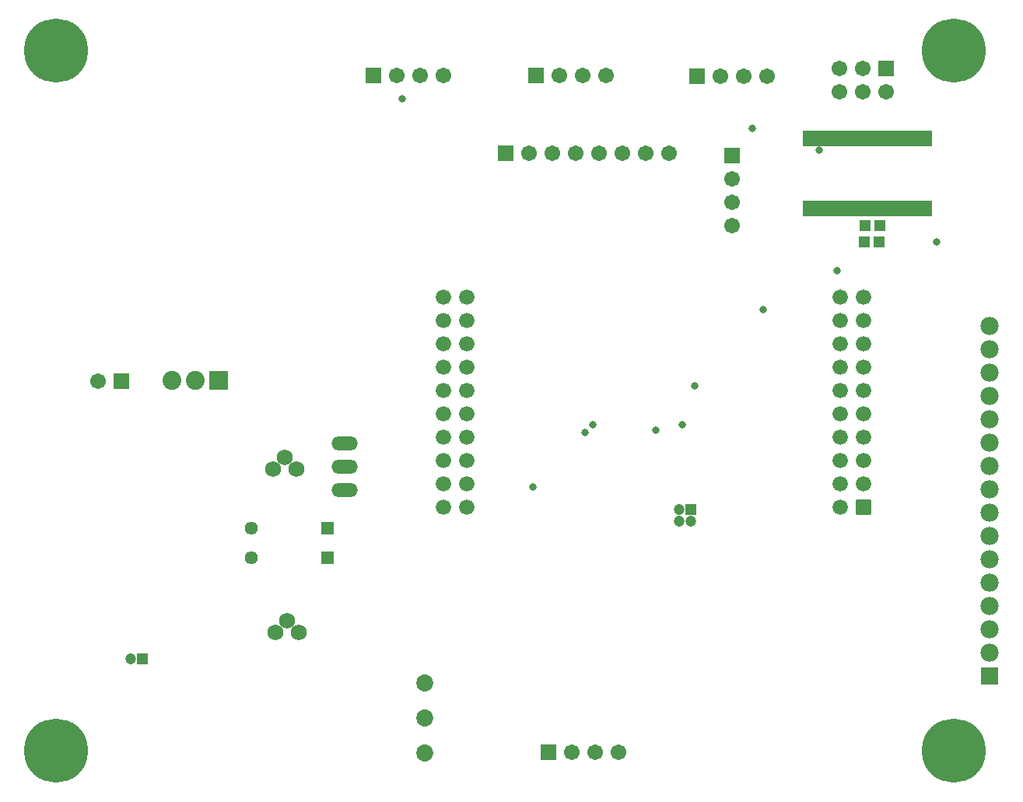
<source format=gbs>
G04*
G04 #@! TF.GenerationSoftware,Altium Limited,Altium Designer,19.1.5 (86)*
G04*
G04 Layer_Color=16711935*
%FSLAX25Y25*%
%MOIN*%
G70*
G01*
G75*
%ADD29R,0.04934X0.04737*%
%ADD31R,0.04737X0.04540*%
%ADD37C,0.06706*%
%ADD38R,0.06706X0.06706*%
%ADD39R,0.06706X0.06706*%
%ADD40R,0.04737X0.04737*%
%ADD41C,0.04737*%
%ADD42C,0.07800*%
%ADD43R,0.07800X0.07800*%
%ADD44C,0.07300*%
%ADD45C,0.06808*%
%ADD46C,0.06602*%
%ADD47C,0.08083*%
%ADD48R,0.08083X0.08083*%
%ADD49R,0.05674X0.05674*%
%ADD50C,0.05674*%
%ADD51O,0.11200X0.06000*%
G04:AMPARAMS|DCode=52|XSize=66.02mil|YSize=66.02mil|CornerRadius=4.33mil|HoleSize=0mil|Usage=FLASHONLY|Rotation=90.000|XOffset=0mil|YOffset=0mil|HoleType=Round|Shape=RoundedRectangle|*
%AMROUNDEDRECTD52*
21,1,0.06602,0.05736,0,0,90.0*
21,1,0.05736,0.06602,0,0,90.0*
1,1,0.00866,0.02868,0.02868*
1,1,0.00866,0.02868,-0.02868*
1,1,0.00866,-0.02868,-0.02868*
1,1,0.00866,-0.02868,0.02868*
%
%ADD52ROUNDEDRECTD52*%
%ADD53C,0.03300*%
%ADD54C,0.27400*%
%ADD74R,0.01981X0.06607*%
D29*
X631150Y448000D02*
D03*
X624850D02*
D03*
D31*
X631299Y455000D02*
D03*
X625000D02*
D03*
D37*
X568000D02*
D03*
Y465000D02*
D03*
Y475000D02*
D03*
X634000Y512500D02*
D03*
X624000Y522500D02*
D03*
Y512500D02*
D03*
X614000Y522500D02*
D03*
Y512500D02*
D03*
X519500Y229500D02*
D03*
X509500D02*
D03*
X499500D02*
D03*
X444500Y519500D02*
D03*
X434500D02*
D03*
X424500D02*
D03*
X583000Y519000D02*
D03*
X573000D02*
D03*
X563000D02*
D03*
X481000Y486000D02*
D03*
X491000D02*
D03*
X501000D02*
D03*
X511000D02*
D03*
X521000D02*
D03*
X531000D02*
D03*
X541000D02*
D03*
X514000Y519500D02*
D03*
X504000D02*
D03*
X494000D02*
D03*
X296480Y388280D02*
D03*
D38*
X568000Y485000D02*
D03*
D39*
X634000Y522500D02*
D03*
X489500Y229500D02*
D03*
X414500Y519500D02*
D03*
X553000Y519000D02*
D03*
X471000Y486000D02*
D03*
X484000Y519500D02*
D03*
X306480Y388280D02*
D03*
D40*
X550500Y333500D02*
D03*
X315480Y269280D02*
D03*
D41*
X550500Y328500D02*
D03*
X545500Y333500D02*
D03*
Y328500D02*
D03*
X310480Y269280D02*
D03*
D42*
X678500Y412000D02*
D03*
Y402000D02*
D03*
Y392000D02*
D03*
Y382000D02*
D03*
Y372000D02*
D03*
Y362000D02*
D03*
Y352000D02*
D03*
Y342000D02*
D03*
Y332000D02*
D03*
Y322000D02*
D03*
Y312000D02*
D03*
Y302000D02*
D03*
Y292000D02*
D03*
Y282000D02*
D03*
Y272000D02*
D03*
D43*
Y262000D02*
D03*
D44*
X436500Y229000D02*
D03*
Y259000D02*
D03*
Y244000D02*
D03*
D45*
X382480Y280780D02*
D03*
X377480Y285780D02*
D03*
X372480Y280780D02*
D03*
X381480Y350780D02*
D03*
X376480Y355780D02*
D03*
X371480Y350780D02*
D03*
D46*
X454500Y334500D02*
D03*
Y344500D02*
D03*
Y354500D02*
D03*
Y364500D02*
D03*
Y374500D02*
D03*
Y384500D02*
D03*
Y394500D02*
D03*
Y404500D02*
D03*
Y414500D02*
D03*
Y424500D02*
D03*
X444500Y334500D02*
D03*
Y344500D02*
D03*
Y354500D02*
D03*
Y364500D02*
D03*
Y374500D02*
D03*
Y384500D02*
D03*
Y394500D02*
D03*
Y404500D02*
D03*
Y414500D02*
D03*
Y424500D02*
D03*
X614500D02*
D03*
Y414500D02*
D03*
Y404500D02*
D03*
Y394500D02*
D03*
Y384500D02*
D03*
Y374500D02*
D03*
Y364500D02*
D03*
Y354500D02*
D03*
Y344500D02*
D03*
Y334500D02*
D03*
X624500Y424500D02*
D03*
Y414500D02*
D03*
Y404500D02*
D03*
Y394500D02*
D03*
Y384500D02*
D03*
Y374500D02*
D03*
Y364500D02*
D03*
Y354500D02*
D03*
Y344500D02*
D03*
D47*
X327980Y388780D02*
D03*
X337980D02*
D03*
D48*
X347980D02*
D03*
D49*
X394803Y325280D02*
D03*
Y312780D02*
D03*
D50*
X362157Y325280D02*
D03*
Y312780D02*
D03*
D51*
X401980Y361780D02*
D03*
Y341780D02*
D03*
Y351780D02*
D03*
D52*
X624500Y334500D02*
D03*
D53*
X535200Y367500D02*
D03*
X605331Y487400D02*
D03*
X508400Y369700D02*
D03*
X552000Y386500D02*
D03*
X482700Y343050D02*
D03*
X655850Y448000D02*
D03*
X581500Y419100D02*
D03*
X613100Y435900D02*
D03*
X426600Y509300D02*
D03*
X505100Y366300D02*
D03*
X576700Y496700D02*
D03*
X546800Y369900D02*
D03*
D54*
X278500Y530000D02*
D03*
Y230000D02*
D03*
X663000D02*
D03*
Y530000D02*
D03*
D74*
X652575Y462587D02*
D03*
X650606D02*
D03*
X648638D02*
D03*
X646669D02*
D03*
X644701D02*
D03*
X642732D02*
D03*
X640764D02*
D03*
X638795D02*
D03*
X636827D02*
D03*
X634858D02*
D03*
X632890D02*
D03*
X630921D02*
D03*
X628953D02*
D03*
X626984D02*
D03*
X625016D02*
D03*
X623047D02*
D03*
X621079D02*
D03*
X619110D02*
D03*
X617142D02*
D03*
X615173D02*
D03*
X613205D02*
D03*
X611236D02*
D03*
X609268D02*
D03*
X607299D02*
D03*
X605331D02*
D03*
X603362D02*
D03*
X601394D02*
D03*
X599425D02*
D03*
Y492413D02*
D03*
X601394D02*
D03*
X603362D02*
D03*
X605331D02*
D03*
X607299D02*
D03*
X609268D02*
D03*
X611236D02*
D03*
X613205D02*
D03*
X615173D02*
D03*
X617142D02*
D03*
X619110D02*
D03*
X621079D02*
D03*
X623047D02*
D03*
X625016D02*
D03*
X626984D02*
D03*
X628953D02*
D03*
X630921D02*
D03*
X632890D02*
D03*
X634858D02*
D03*
X636827D02*
D03*
X638795D02*
D03*
X640764D02*
D03*
X642732D02*
D03*
X644701D02*
D03*
X646669D02*
D03*
X648638D02*
D03*
X650606D02*
D03*
X652575D02*
D03*
M02*

</source>
